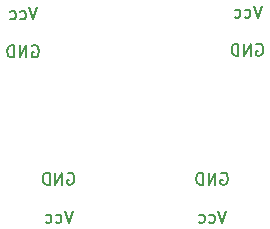
<source format=gbo>
G04 #@! TF.GenerationSoftware,KiCad,Pcbnew,6.0.11-2627ca5db0~126~ubuntu22.04.1*
G04 #@! TF.CreationDate,2023-11-05T13:22:14+01:00*
G04 #@! TF.ProjectId,powerBase,706f7765-7242-4617-9365-2e6b69636164,rev?*
G04 #@! TF.SameCoordinates,Original*
G04 #@! TF.FileFunction,Legend,Bot*
G04 #@! TF.FilePolarity,Positive*
%FSLAX46Y46*%
G04 Gerber Fmt 4.6, Leading zero omitted, Abs format (unit mm)*
G04 Created by KiCad (PCBNEW 6.0.11-2627ca5db0~126~ubuntu22.04.1) date 2023-11-05 13:22:14*
%MOMM*%
%LPD*%
G01*
G04 APERTURE LIST*
%ADD10C,0.150000*%
%ADD11R,1.700000X1.700000*%
%ADD12O,1.700000X1.700000*%
G04 APERTURE END LIST*
D10*
X117190476Y-67842380D02*
X116857142Y-68842380D01*
X116523809Y-67842380D01*
X115761904Y-68794761D02*
X115857142Y-68842380D01*
X116047619Y-68842380D01*
X116142857Y-68794761D01*
X116190476Y-68747142D01*
X116238095Y-68651904D01*
X116238095Y-68366190D01*
X116190476Y-68270952D01*
X116142857Y-68223333D01*
X116047619Y-68175714D01*
X115857142Y-68175714D01*
X115761904Y-68223333D01*
X114904761Y-68794761D02*
X115000000Y-68842380D01*
X115190476Y-68842380D01*
X115285714Y-68794761D01*
X115333333Y-68747142D01*
X115380952Y-68651904D01*
X115380952Y-68366190D01*
X115333333Y-68270952D01*
X115285714Y-68223333D01*
X115190476Y-68175714D01*
X115000000Y-68175714D01*
X114904761Y-68223333D01*
X116761904Y-71110000D02*
X116857142Y-71062380D01*
X117000000Y-71062380D01*
X117142857Y-71110000D01*
X117238095Y-71205238D01*
X117285714Y-71300476D01*
X117333333Y-71490952D01*
X117333333Y-71633809D01*
X117285714Y-71824285D01*
X117238095Y-71919523D01*
X117142857Y-72014761D01*
X117000000Y-72062380D01*
X116904761Y-72062380D01*
X116761904Y-72014761D01*
X116714285Y-71967142D01*
X116714285Y-71633809D01*
X116904761Y-71633809D01*
X116285714Y-72062380D02*
X116285714Y-71062380D01*
X115714285Y-72062380D01*
X115714285Y-71062380D01*
X115238095Y-72062380D02*
X115238095Y-71062380D01*
X115000000Y-71062380D01*
X114857142Y-71110000D01*
X114761904Y-71205238D01*
X114714285Y-71300476D01*
X114666666Y-71490952D01*
X114666666Y-71633809D01*
X114714285Y-71824285D01*
X114761904Y-71919523D01*
X114857142Y-72014761D01*
X115000000Y-72062380D01*
X115238095Y-72062380D01*
X136190476Y-67697380D02*
X135857142Y-68697380D01*
X135523809Y-67697380D01*
X134761904Y-68649761D02*
X134857142Y-68697380D01*
X135047619Y-68697380D01*
X135142857Y-68649761D01*
X135190476Y-68602142D01*
X135238095Y-68506904D01*
X135238095Y-68221190D01*
X135190476Y-68125952D01*
X135142857Y-68078333D01*
X135047619Y-68030714D01*
X134857142Y-68030714D01*
X134761904Y-68078333D01*
X133904761Y-68649761D02*
X134000000Y-68697380D01*
X134190476Y-68697380D01*
X134285714Y-68649761D01*
X134333333Y-68602142D01*
X134380952Y-68506904D01*
X134380952Y-68221190D01*
X134333333Y-68125952D01*
X134285714Y-68078333D01*
X134190476Y-68030714D01*
X134000000Y-68030714D01*
X133904761Y-68078333D01*
X135761904Y-70965000D02*
X135857142Y-70917380D01*
X136000000Y-70917380D01*
X136142857Y-70965000D01*
X136238095Y-71060238D01*
X136285714Y-71155476D01*
X136333333Y-71345952D01*
X136333333Y-71488809D01*
X136285714Y-71679285D01*
X136238095Y-71774523D01*
X136142857Y-71869761D01*
X136000000Y-71917380D01*
X135904761Y-71917380D01*
X135761904Y-71869761D01*
X135714285Y-71822142D01*
X135714285Y-71488809D01*
X135904761Y-71488809D01*
X135285714Y-71917380D02*
X135285714Y-70917380D01*
X134714285Y-71917380D01*
X134714285Y-70917380D01*
X134238095Y-71917380D02*
X134238095Y-70917380D01*
X134000000Y-70917380D01*
X133857142Y-70965000D01*
X133761904Y-71060238D01*
X133714285Y-71155476D01*
X133666666Y-71345952D01*
X133666666Y-71488809D01*
X133714285Y-71679285D01*
X133761904Y-71774523D01*
X133857142Y-71869761D01*
X134000000Y-71917380D01*
X134238095Y-71917380D01*
X119761904Y-81890000D02*
X119857142Y-81842380D01*
X120000000Y-81842380D01*
X120142857Y-81890000D01*
X120238095Y-81985238D01*
X120285714Y-82080476D01*
X120333333Y-82270952D01*
X120333333Y-82413809D01*
X120285714Y-82604285D01*
X120238095Y-82699523D01*
X120142857Y-82794761D01*
X120000000Y-82842380D01*
X119904761Y-82842380D01*
X119761904Y-82794761D01*
X119714285Y-82747142D01*
X119714285Y-82413809D01*
X119904761Y-82413809D01*
X119285714Y-82842380D02*
X119285714Y-81842380D01*
X118714285Y-82842380D01*
X118714285Y-81842380D01*
X118238095Y-82842380D02*
X118238095Y-81842380D01*
X118000000Y-81842380D01*
X117857142Y-81890000D01*
X117761904Y-81985238D01*
X117714285Y-82080476D01*
X117666666Y-82270952D01*
X117666666Y-82413809D01*
X117714285Y-82604285D01*
X117761904Y-82699523D01*
X117857142Y-82794761D01*
X118000000Y-82842380D01*
X118238095Y-82842380D01*
X120190476Y-85062380D02*
X119857142Y-86062380D01*
X119523809Y-85062380D01*
X118761904Y-86014761D02*
X118857142Y-86062380D01*
X119047619Y-86062380D01*
X119142857Y-86014761D01*
X119190476Y-85967142D01*
X119238095Y-85871904D01*
X119238095Y-85586190D01*
X119190476Y-85490952D01*
X119142857Y-85443333D01*
X119047619Y-85395714D01*
X118857142Y-85395714D01*
X118761904Y-85443333D01*
X117904761Y-86014761D02*
X118000000Y-86062380D01*
X118190476Y-86062380D01*
X118285714Y-86014761D01*
X118333333Y-85967142D01*
X118380952Y-85871904D01*
X118380952Y-85586190D01*
X118333333Y-85490952D01*
X118285714Y-85443333D01*
X118190476Y-85395714D01*
X118000000Y-85395714D01*
X117904761Y-85443333D01*
X132761904Y-81890000D02*
X132857142Y-81842380D01*
X133000000Y-81842380D01*
X133142857Y-81890000D01*
X133238095Y-81985238D01*
X133285714Y-82080476D01*
X133333333Y-82270952D01*
X133333333Y-82413809D01*
X133285714Y-82604285D01*
X133238095Y-82699523D01*
X133142857Y-82794761D01*
X133000000Y-82842380D01*
X132904761Y-82842380D01*
X132761904Y-82794761D01*
X132714285Y-82747142D01*
X132714285Y-82413809D01*
X132904761Y-82413809D01*
X132285714Y-82842380D02*
X132285714Y-81842380D01*
X131714285Y-82842380D01*
X131714285Y-81842380D01*
X131238095Y-82842380D02*
X131238095Y-81842380D01*
X131000000Y-81842380D01*
X130857142Y-81890000D01*
X130761904Y-81985238D01*
X130714285Y-82080476D01*
X130666666Y-82270952D01*
X130666666Y-82413809D01*
X130714285Y-82604285D01*
X130761904Y-82699523D01*
X130857142Y-82794761D01*
X131000000Y-82842380D01*
X131238095Y-82842380D01*
X133190476Y-85062380D02*
X132857142Y-86062380D01*
X132523809Y-85062380D01*
X131761904Y-86014761D02*
X131857142Y-86062380D01*
X132047619Y-86062380D01*
X132142857Y-86014761D01*
X132190476Y-85967142D01*
X132238095Y-85871904D01*
X132238095Y-85586190D01*
X132190476Y-85490952D01*
X132142857Y-85443333D01*
X132047619Y-85395714D01*
X131857142Y-85395714D01*
X131761904Y-85443333D01*
X130904761Y-86014761D02*
X131000000Y-86062380D01*
X131190476Y-86062380D01*
X131285714Y-86014761D01*
X131333333Y-85967142D01*
X131380952Y-85871904D01*
X131380952Y-85586190D01*
X131333333Y-85490952D01*
X131285714Y-85443333D01*
X131190476Y-85395714D01*
X131000000Y-85395714D01*
X130904761Y-85443333D01*
%LPC*%
D11*
X123000000Y-83540000D03*
D12*
X123000000Y-81000000D03*
D11*
X120025000Y-68585000D03*
D12*
X120025000Y-71125000D03*
D11*
X131670000Y-68585000D03*
D12*
X131670000Y-71125000D03*
D11*
X128075000Y-83540000D03*
D12*
X128075000Y-81000000D03*
M02*

</source>
